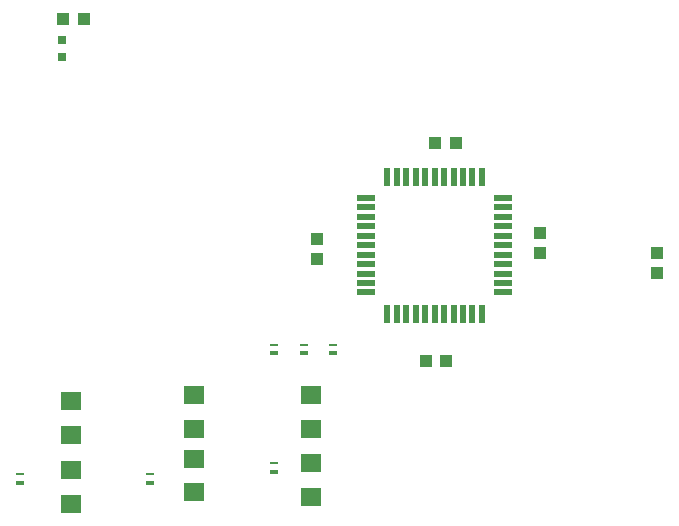
<source format=gbr>
G04 EAGLE Gerber RS-274X export*
G75*
%MOMM*%
%FSLAX34Y34*%
%LPD*%
%INSolderpaste Top*%
%IPPOS*%
%AMOC8*
5,1,8,0,0,1.08239X$1,22.5*%
G01*
%ADD10R,1.000000X1.100000*%
%ADD11R,1.100000X1.000000*%
%ADD12R,0.500000X1.500000*%
%ADD13R,1.500000X0.500000*%
%ADD14R,1.803000X1.600000*%
%ADD15R,0.700000X0.250000*%
%ADD16R,0.700000X0.450000*%
%ADD17R,0.800000X0.800000*%


D10*
X1000980Y558750D03*
X1000980Y541750D03*
D11*
X1093200Y455250D03*
X1110200Y455250D03*
D12*
X1140780Y611400D03*
X1132780Y611400D03*
X1124780Y611400D03*
X1116780Y611400D03*
X1108780Y611400D03*
X1100780Y611400D03*
X1092780Y611400D03*
X1084780Y611400D03*
X1076780Y611400D03*
X1068780Y611400D03*
X1060780Y611400D03*
D13*
X1042780Y593400D03*
X1042780Y585400D03*
X1042780Y577400D03*
X1042780Y569400D03*
X1042780Y561400D03*
X1042780Y553400D03*
X1042780Y545400D03*
X1042780Y537400D03*
X1042780Y529400D03*
X1042780Y521400D03*
X1042780Y513400D03*
D12*
X1060780Y495400D03*
X1068780Y495400D03*
X1076780Y495400D03*
X1084780Y495400D03*
X1092780Y495400D03*
X1100780Y495400D03*
X1108780Y495400D03*
X1116780Y495400D03*
X1124780Y495400D03*
X1132780Y495400D03*
X1140780Y495400D03*
D13*
X1158780Y513400D03*
X1158780Y521400D03*
X1158780Y529400D03*
X1158780Y537400D03*
X1158780Y545400D03*
X1158780Y553400D03*
X1158780Y561400D03*
X1158780Y569400D03*
X1158780Y577400D03*
X1158780Y585400D03*
X1158780Y593400D03*
D14*
X792560Y392740D03*
X792560Y421180D03*
X792560Y334240D03*
X792560Y362680D03*
X996160Y397740D03*
X996160Y426180D03*
X996160Y340510D03*
X996160Y368950D03*
X896860Y397740D03*
X896860Y426180D03*
X896860Y344240D03*
X896860Y372680D03*
D11*
X1288970Y530140D03*
X1288970Y547140D03*
D15*
X990000Y469250D03*
D16*
X990000Y461750D03*
D15*
X965000Y469250D03*
D16*
X965000Y461750D03*
D15*
X1015000Y469250D03*
D16*
X1015000Y461750D03*
D10*
X1190000Y546500D03*
X1190000Y563500D03*
D11*
X1118500Y640000D03*
X1101500Y640000D03*
D10*
X786500Y745000D03*
X803500Y745000D03*
D17*
X785000Y712500D03*
X785000Y727500D03*
D15*
X860000Y359250D03*
D16*
X860000Y351750D03*
D15*
X750000Y359250D03*
D16*
X750000Y351750D03*
D15*
X965000Y369250D03*
D16*
X965000Y361750D03*
M02*

</source>
